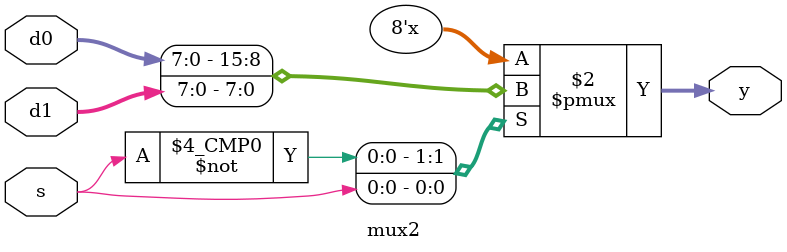
<source format=sv>
module mux2 #(parameter WIDTH = 8)
 (input        [WIDTH-1:0] d0, d1, // input
  input                    s, // selector
  output logic [WIDTH-1:0] y); // output
// fill in guts
// combinational (unclocked) logic -- use =, not <=
// always_comb if(...) y = ...;
// s   y
// 0   d0	y[7:0] = d0[7:0]       // y and d(#) have 8 bits as assigned above.
// 1   d1	y[7:0] = d1[7:0]

always_comb case(s)

  0 : y = d0; // when s=0 ; y =d0
  1 : y = d1;

endcase


/* above is equivalent to below?
always_comb begin

  if(s==0)
    y = d0; 
  else if (s==1)
    y = d1;

endcase
*/

endmodule



</source>
